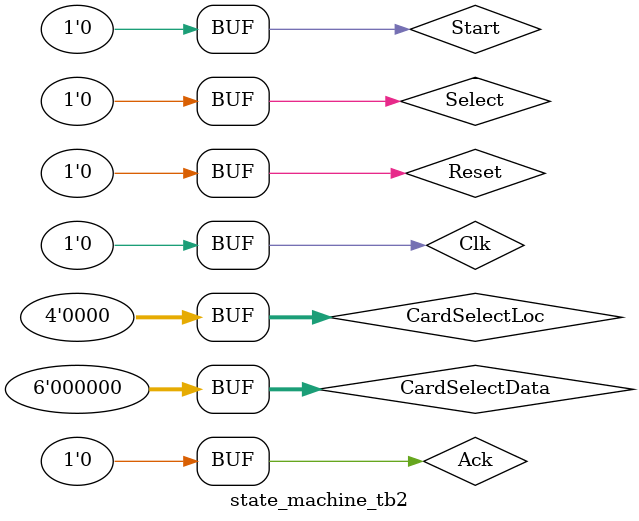
<source format=v>
`timescale 1ns / 1ps


module state_machine_tb2;

	// Inputs
	reg Clk;
	reg Start;
	reg Reset;
	reg Select;
	reg [5:0] CardSelectData;
	reg [3:0] CardSelectLoc;
	reg Ack;

	// Outputs
	wire [7:0] state;
	wire WriteEnable;
	wire [3:0] CARD1;
	wire [3:0] CARD2;
	wire [5:0] dataOut;
	wire [3:0] dataLoc;

	// Instantiate the Unit Under Test (UUT)
	gameplay_sm uut (
		.Clk(Clk), 
		.Start(Start), 
		.Reset(Reset), 
		.Select(Select), 
		.CardSelectData(CardSelectData), 
		.CardSelectLoc(CardSelectLoc), 
		.Ack(Ack), 
		.state(state), 
		.WriteEnable(WriteEnable), 
		.CARD1(CARD1), 
		.CARD2(CARD2), 
		.dataOut(dataOut), 
		.dataLoc(dataLoc)
	);

	initial begin
		// Initialize Inputs
		Clk = 0;
		Start = 0;
		Reset = 0;
		Select = 0;
		CardSelectData = 0;
		CardSelectLoc = 0;
		Ack = 0;

		// Wait 100 ns for global reset to finish
		#100;
        
		// Add stimulus here

	end
      
endmodule


</source>
